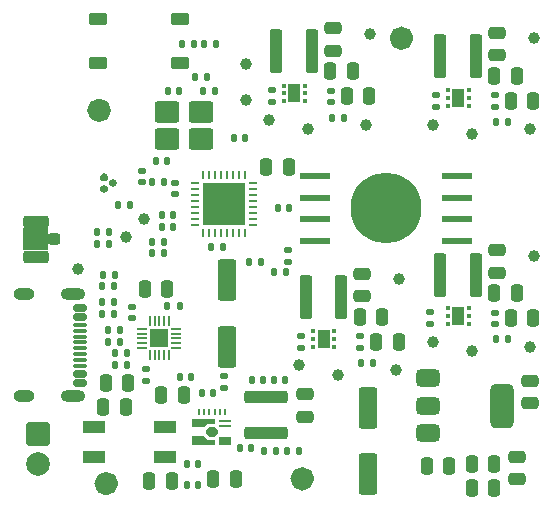
<source format=gbr>
G04 #@! TF.GenerationSoftware,KiCad,Pcbnew,9.0.6*
G04 #@! TF.CreationDate,2025-12-29T13:59:20+01:00*
G04 #@! TF.ProjectId,Lars-10W-RGBW-V1,4c617273-2d31-4305-972d-524742572d56,rev?*
G04 #@! TF.SameCoordinates,Original*
G04 #@! TF.FileFunction,Soldermask,Top*
G04 #@! TF.FilePolarity,Negative*
%FSLAX46Y46*%
G04 Gerber Fmt 4.6, Leading zero omitted, Abs format (unit mm)*
G04 Created by KiCad (PCBNEW 9.0.6) date 2025-12-29 13:59:20*
%MOMM*%
%LPD*%
G01*
G04 APERTURE LIST*
G04 Aperture macros list*
%AMRoundRect*
0 Rectangle with rounded corners*
0 $1 Rounding radius*
0 $2 $3 $4 $5 $6 $7 $8 $9 X,Y pos of 4 corners*
0 Add a 4 corners polygon primitive as box body*
4,1,4,$2,$3,$4,$5,$6,$7,$8,$9,$2,$3,0*
0 Add four circle primitives for the rounded corners*
1,1,$1+$1,$2,$3*
1,1,$1+$1,$4,$5*
1,1,$1+$1,$6,$7*
1,1,$1+$1,$8,$9*
0 Add four rect primitives between the rounded corners*
20,1,$1+$1,$2,$3,$4,$5,0*
20,1,$1+$1,$4,$5,$6,$7,0*
20,1,$1+$1,$6,$7,$8,$9,0*
20,1,$1+$1,$8,$9,$2,$3,0*%
%AMFreePoly0*
4,1,7,1.447800,-0.050800,0.812800,-0.050800,0.508000,-0.355600,-0.508000,-0.355600,-0.508000,0.355600,1.447800,0.355600,1.447800,-0.050800,1.447800,-0.050800,$1*%
%AMFreePoly1*
4,1,9,0.546100,0.114300,0.546100,-0.114300,0.241300,-0.419100,-0.241300,-0.419100,-0.546100,-0.114300,-0.546100,0.114300,-0.241300,0.419100,0.241300,0.419100,0.546100,0.114300,0.546100,0.114300,$1*%
%AMFreePoly2*
4,1,7,0.812800,0.076200,1.447800,0.076200,1.447800,-0.381000,-0.508000,-0.381000,-0.508000,0.381000,0.508000,0.381000,0.812800,0.076200,0.812800,0.076200,$1*%
G04 Aperture macros list end*
%ADD10C,1.000000*%
%ADD11RoundRect,0.250000X-0.300000X-1.600000X0.300000X-1.600000X0.300000X1.600000X-0.300000X1.600000X0*%
%ADD12RoundRect,0.140000X0.170000X-0.140000X0.170000X0.140000X-0.170000X0.140000X-0.170000X-0.140000X0*%
%ADD13RoundRect,0.250000X-0.750000X0.750000X-0.750000X-0.750000X0.750000X-0.750000X0.750000X0.750000X0*%
%ADD14C,2.000000*%
%ADD15RoundRect,0.135000X-0.135000X-0.185000X0.135000X-0.185000X0.135000X0.185000X-0.135000X0.185000X0*%
%ADD16RoundRect,0.140000X-0.140000X-0.170000X0.140000X-0.170000X0.140000X0.170000X-0.140000X0.170000X0*%
%ADD17RoundRect,0.250000X0.250000X0.475000X-0.250000X0.475000X-0.250000X-0.475000X0.250000X-0.475000X0*%
%ADD18RoundRect,0.140000X-0.170000X0.140000X-0.170000X-0.140000X0.170000X-0.140000X0.170000X0.140000X0*%
%ADD19RoundRect,0.250000X-0.475000X0.250000X-0.475000X-0.250000X0.475000X-0.250000X0.475000X0.250000X0*%
%ADD20R,2.500000X0.600000*%
%ADD21C,6.000000*%
%ADD22RoundRect,0.062500X-0.312500X-0.062500X0.312500X-0.062500X0.312500X0.062500X-0.312500X0.062500X0*%
%ADD23RoundRect,0.062500X-0.062500X-0.312500X0.062500X-0.312500X0.062500X0.312500X-0.062500X0.312500X0*%
%ADD24R,3.650000X3.650000*%
%ADD25RoundRect,0.093750X0.093750X0.106250X-0.093750X0.106250X-0.093750X-0.106250X0.093750X-0.106250X0*%
%ADD26R,1.000000X1.600000*%
%ADD27RoundRect,0.135000X0.135000X0.185000X-0.135000X0.185000X-0.135000X-0.185000X0.135000X-0.185000X0*%
%ADD28C,1.000000*%
%ADD29RoundRect,0.250000X-0.800000X-0.650000X0.800000X-0.650000X0.800000X0.650000X-0.800000X0.650000X0*%
%ADD30RoundRect,0.250000X-0.250000X-0.475000X0.250000X-0.475000X0.250000X0.475000X-0.250000X0.475000X0*%
%ADD31R,1.875000X1.050000*%
%ADD32RoundRect,0.250000X0.550000X-1.500000X0.550000X1.500000X-0.550000X1.500000X-0.550000X-1.500000X0*%
%ADD33RoundRect,0.135000X-0.185000X0.135000X-0.185000X-0.135000X0.185000X-0.135000X0.185000X0.135000X0*%
%ADD34RoundRect,0.250000X0.475000X-0.250000X0.475000X0.250000X-0.475000X0.250000X-0.475000X-0.250000X0*%
%ADD35RoundRect,0.135000X0.185000X-0.135000X0.185000X0.135000X-0.185000X0.135000X-0.185000X-0.135000X0*%
%ADD36RoundRect,0.140000X-0.206244X-0.077224X0.036244X-0.217224X0.206244X0.077224X-0.036244X0.217224X0*%
%ADD37RoundRect,0.250000X1.600000X-0.300000X1.600000X0.300000X-1.600000X0.300000X-1.600000X-0.300000X0*%
%ADD38RoundRect,0.140000X0.140000X0.170000X-0.140000X0.170000X-0.140000X-0.170000X0.140000X-0.170000X0*%
%ADD39RoundRect,0.375000X-0.625000X-0.375000X0.625000X-0.375000X0.625000X0.375000X-0.625000X0.375000X0*%
%ADD40RoundRect,0.500000X-0.500000X-1.400000X0.500000X-1.400000X0.500000X1.400000X-0.500000X1.400000X0*%
%ADD41RoundRect,0.250000X-0.550000X1.500000X-0.550000X-1.500000X0.550000X-1.500000X0.550000X1.500000X0*%
%ADD42RoundRect,0.250000X0.275000X0.250000X-0.275000X0.250000X-0.275000X-0.250000X0.275000X-0.250000X0*%
%ADD43RoundRect,0.250000X0.850000X0.275000X-0.850000X0.275000X-0.850000X-0.275000X0.850000X-0.275000X0*%
%ADD44RoundRect,0.165000X0.610000X0.385000X-0.610000X0.385000X-0.610000X-0.385000X0.610000X-0.385000X0*%
%ADD45RoundRect,0.050000X-0.375000X-0.050000X0.375000X-0.050000X0.375000X0.050000X-0.375000X0.050000X0*%
%ADD46RoundRect,0.050000X-0.050000X-0.375000X0.050000X-0.375000X0.050000X0.375000X-0.050000X0.375000X0*%
%ADD47R,1.650000X1.650000*%
%ADD48RoundRect,0.140000X-0.036244X-0.217224X0.206244X-0.077224X0.036244X0.217224X-0.206244X0.077224X0*%
%ADD49FreePoly0,0.000000*%
%ADD50FreePoly1,0.000000*%
%ADD51FreePoly2,0.000000*%
%ADD52R,1.092200X0.762000*%
%ADD53R,1.092200X0.254000*%
%ADD54R,0.254000X0.609600*%
%ADD55RoundRect,0.147500X-0.147500X-0.172500X0.147500X-0.172500X0.147500X0.172500X-0.147500X0.172500X0*%
%ADD56RoundRect,0.150000X-0.425000X0.150000X-0.425000X-0.150000X0.425000X-0.150000X0.425000X0.150000X0*%
%ADD57RoundRect,0.075000X-0.500000X0.075000X-0.500000X-0.075000X0.500000X-0.075000X0.500000X0.075000X0*%
%ADD58O,2.100000X1.000000*%
%ADD59O,1.800000X1.000000*%
G04 APERTURE END LIST*
D10*
X140200000Y-42400000D02*
G75*
G02*
X139200000Y-42400000I-500000J0D01*
G01*
X139200000Y-42400000D02*
G75*
G02*
X140200000Y-42400000I500000J0D01*
G01*
X115200000Y-80100000D02*
G75*
G02*
X114200000Y-80100000I-500000J0D01*
G01*
X114200000Y-80100000D02*
G75*
G02*
X115200000Y-80100000I500000J0D01*
G01*
G36*
X109765000Y-60340000D02*
G01*
X107675000Y-60340000D01*
X107675000Y-58460000D01*
X109765000Y-58460000D01*
X109765000Y-60340000D01*
G37*
X114600000Y-48500000D02*
G75*
G02*
X113600000Y-48500000I-500000J0D01*
G01*
X113600000Y-48500000D02*
G75*
G02*
X114600000Y-48500000I500000J0D01*
G01*
X131800000Y-79700000D02*
G75*
G02*
X130800000Y-79700000I-500000J0D01*
G01*
X130800000Y-79700000D02*
G75*
G02*
X131800000Y-79700000I500000J0D01*
G01*
D11*
X143000000Y-62400000D03*
X146000000Y-62400000D03*
D12*
X124700000Y-71980000D03*
X124700000Y-71020000D03*
D13*
X108900000Y-75900000D03*
D14*
X108900000Y-78440000D03*
D15*
X119890000Y-65100000D03*
X120910000Y-65100000D03*
D16*
X128920000Y-71300000D03*
X129880000Y-71300000D03*
D17*
X139450000Y-68100000D03*
X137550000Y-68100000D03*
D18*
X118100000Y-70420000D03*
X118100000Y-71380000D03*
D19*
X131500000Y-72550000D03*
X131500000Y-74450000D03*
D15*
X114890000Y-68100000D03*
X115910000Y-68100000D03*
D20*
X144400000Y-59545000D03*
X144400000Y-57715000D03*
X144400000Y-55885000D03*
X144400000Y-54055000D03*
X132400000Y-59545000D03*
X132400000Y-57715000D03*
X132400000Y-55885000D03*
X132400000Y-54055000D03*
D21*
X138400000Y-56800000D03*
D12*
X147600000Y-48180000D03*
X147600000Y-47220000D03*
D22*
X122205000Y-54670000D03*
X122205000Y-55170000D03*
X122205000Y-55670000D03*
X122205000Y-56170000D03*
X122205000Y-56670000D03*
X122205000Y-57170000D03*
X122205000Y-57670000D03*
X122205000Y-58170000D03*
D23*
X122930000Y-58895000D03*
X123430000Y-58895000D03*
X123930000Y-58895000D03*
X124430000Y-58895000D03*
X124930000Y-58895000D03*
X125430000Y-58895000D03*
X125930000Y-58895000D03*
X126430000Y-58895000D03*
D22*
X127155000Y-58170000D03*
X127155000Y-57670000D03*
X127155000Y-57170000D03*
X127155000Y-56670000D03*
X127155000Y-56170000D03*
X127155000Y-55670000D03*
X127155000Y-55170000D03*
X127155000Y-54670000D03*
D23*
X126430000Y-53945000D03*
X125930000Y-53945000D03*
X125430000Y-53945000D03*
X124930000Y-53945000D03*
X124430000Y-53945000D03*
X123930000Y-53945000D03*
X123430000Y-53945000D03*
X122930000Y-53945000D03*
D24*
X124680000Y-56420000D03*
D18*
X120500000Y-54620000D03*
X120500000Y-55580000D03*
D16*
X126020000Y-77100000D03*
X126980000Y-77100000D03*
D25*
X133987500Y-68500000D03*
X133987500Y-67850000D03*
X133987500Y-67200000D03*
X132212500Y-67200000D03*
X132212500Y-67850000D03*
X132212500Y-68500000D03*
D26*
X133100000Y-67850000D03*
D27*
X114920000Y-58800000D03*
X113900000Y-58800000D03*
D28*
X131000000Y-70100000D03*
D27*
X116433995Y-70076394D03*
X115413995Y-70076394D03*
D29*
X119850000Y-50950000D03*
X122750000Y-50950000D03*
X122750000Y-48650000D03*
X119850000Y-48650000D03*
D28*
X126500000Y-44550000D03*
D30*
X117983005Y-63639666D03*
X119883005Y-63639666D03*
D31*
X119700000Y-77850000D03*
X119700000Y-75350000D03*
X113700000Y-75350000D03*
X113700000Y-77850000D03*
D25*
X145387500Y-66550000D03*
X145387500Y-65900000D03*
X145387500Y-65250000D03*
X143612500Y-65250000D03*
X143612500Y-65900000D03*
X143612500Y-66550000D03*
D26*
X144500000Y-65900000D03*
D27*
X115410000Y-62400000D03*
X114390000Y-62400000D03*
D11*
X143000000Y-43900000D03*
X146000000Y-43900000D03*
X131600000Y-64300000D03*
X134600000Y-64300000D03*
D12*
X133705000Y-47785000D03*
X133705000Y-46825000D03*
D30*
X133655000Y-45205000D03*
X135555000Y-45205000D03*
D28*
X139500000Y-62800000D03*
D32*
X124900000Y-68500000D03*
X124900000Y-62900000D03*
D27*
X119610000Y-60600000D03*
X118590000Y-60600000D03*
D28*
X145700000Y-68900000D03*
D15*
X122990000Y-42900000D03*
X124010000Y-42900000D03*
D30*
X123750000Y-79700000D03*
X125650000Y-79700000D03*
D33*
X130100000Y-60290000D03*
X130100000Y-61310000D03*
D28*
X116400000Y-59200000D03*
D12*
X117700000Y-54580000D03*
X117700000Y-53620000D03*
D34*
X147800000Y-62250000D03*
X147800000Y-60350000D03*
X150600000Y-73300000D03*
X150600000Y-71400000D03*
D11*
X129100000Y-43500000D03*
X132100000Y-43500000D03*
D35*
X128705000Y-47815000D03*
X128705000Y-46795000D03*
D15*
X147690000Y-67900000D03*
X148710000Y-67900000D03*
D12*
X147600000Y-66580000D03*
X147600000Y-65620000D03*
D25*
X131492500Y-47705000D03*
X131492500Y-47055000D03*
X131492500Y-46405000D03*
X129717500Y-46405000D03*
X129717500Y-47055000D03*
X129717500Y-47705000D03*
D26*
X130605000Y-47055000D03*
D28*
X150900000Y-60800000D03*
D36*
X114484308Y-54160000D03*
X115315692Y-54640000D03*
D15*
X133795000Y-49105000D03*
X134815000Y-49105000D03*
D28*
X150900000Y-42400000D03*
D37*
X128200000Y-75800000D03*
X128200000Y-72800000D03*
D17*
X121250000Y-72600000D03*
X119350000Y-72600000D03*
D38*
X120380000Y-58400000D03*
X119420000Y-58400000D03*
D17*
X136955000Y-47305000D03*
X135055000Y-47305000D03*
D39*
X141950000Y-71200000D03*
X141950000Y-73500000D03*
X141950000Y-75800000D03*
D40*
X148250000Y-73500000D03*
D38*
X127980000Y-71300000D03*
X127020000Y-71300000D03*
D15*
X118590000Y-59610000D03*
X119610000Y-59610000D03*
D30*
X141850000Y-78600000D03*
X143750000Y-78600000D03*
D27*
X129910000Y-62200000D03*
X128890000Y-62200000D03*
D38*
X121880000Y-71100000D03*
X120920000Y-71100000D03*
D27*
X131010000Y-77300000D03*
X129990000Y-77300000D03*
D41*
X136900000Y-73700000D03*
X136900000Y-79300000D03*
D35*
X142100000Y-66610000D03*
X142100000Y-65590000D03*
D16*
X118920000Y-52800000D03*
X119880000Y-52800000D03*
D15*
X113890000Y-59800000D03*
X114910000Y-59800000D03*
X126790000Y-61300000D03*
X127810000Y-61300000D03*
D12*
X136200000Y-68580000D03*
X136200000Y-67620000D03*
D42*
X110300000Y-59400000D03*
D43*
X108775000Y-60875000D03*
X108775000Y-57925000D03*
D12*
X116900000Y-66080000D03*
X116900000Y-65120000D03*
D16*
X129240000Y-56800000D03*
X130200000Y-56800000D03*
D28*
X139200000Y-70500000D03*
X128505000Y-49305000D03*
D15*
X147690000Y-49500000D03*
X148710000Y-49500000D03*
D30*
X128250000Y-53300000D03*
X130150000Y-53300000D03*
D15*
X114380000Y-63400000D03*
X115400000Y-63400000D03*
D17*
X120250000Y-79900000D03*
X118350000Y-79900000D03*
D44*
X120970000Y-40730000D03*
X114020000Y-40730000D03*
D28*
X142400000Y-68100000D03*
D35*
X131200000Y-68610000D03*
X131200000Y-67590000D03*
D28*
X126500000Y-47600000D03*
D16*
X125520000Y-50800000D03*
X126480000Y-50800000D03*
D28*
X137005000Y-42005000D03*
D15*
X128090000Y-77300000D03*
X129110000Y-77300000D03*
D34*
X133905000Y-43455000D03*
X133905000Y-41555000D03*
D16*
X121520000Y-78400000D03*
X122480000Y-78400000D03*
X115720000Y-56500000D03*
X116680000Y-56500000D03*
D44*
X120970000Y-44530000D03*
X114020000Y-44530000D03*
D30*
X147550000Y-64000000D03*
X149450000Y-64000000D03*
D38*
X123780000Y-72400000D03*
X122820000Y-72400000D03*
D17*
X150850000Y-66100000D03*
X148950000Y-66100000D03*
D28*
X117900000Y-57700000D03*
D15*
X136290000Y-69900000D03*
X137310000Y-69900000D03*
D28*
X150600000Y-68500000D03*
D34*
X136400000Y-64250000D03*
X136400000Y-62350000D03*
D15*
X114890000Y-67100000D03*
X115910000Y-67100000D03*
D45*
X117750000Y-67000000D03*
X117750000Y-67400000D03*
X117750000Y-67800000D03*
X117750000Y-68200000D03*
X117750000Y-68600000D03*
D46*
X118400000Y-69250000D03*
X118800000Y-69250000D03*
X119200000Y-69250000D03*
X119600000Y-69250000D03*
X120000000Y-69250000D03*
D45*
X120650000Y-68600000D03*
X120650000Y-68200000D03*
X120650000Y-67800000D03*
X120650000Y-67400000D03*
X120650000Y-67000000D03*
D46*
X120000000Y-66350000D03*
X119600000Y-66350000D03*
X119200000Y-66350000D03*
X118800000Y-66350000D03*
X118400000Y-66350000D03*
D47*
X119200000Y-67800000D03*
D28*
X134300000Y-70900000D03*
D17*
X150850000Y-47700000D03*
X148950000Y-47700000D03*
D18*
X114500000Y-54220000D03*
X114500000Y-55180000D03*
D27*
X122110000Y-42900000D03*
X121090000Y-42900000D03*
D48*
X114484308Y-55140000D03*
X115315692Y-54660000D03*
D30*
X147550000Y-45600000D03*
X149450000Y-45600000D03*
D28*
X142400000Y-49700000D03*
D16*
X121520000Y-80200000D03*
X122480000Y-80200000D03*
D28*
X131805000Y-50105000D03*
D17*
X116350000Y-73600000D03*
X114450000Y-73600000D03*
D38*
X123880000Y-46900000D03*
X122920000Y-46900000D03*
D28*
X136705000Y-49705000D03*
D27*
X116433995Y-69076394D03*
X115413995Y-69076394D03*
D34*
X147800000Y-43850000D03*
X147800000Y-41950000D03*
D17*
X147550000Y-80500000D03*
X145650000Y-80500000D03*
D27*
X115400000Y-64700000D03*
X114380000Y-64700000D03*
D28*
X145700000Y-50500000D03*
D38*
X120380000Y-57400000D03*
X119420000Y-57400000D03*
D35*
X142600000Y-48210000D03*
X142600000Y-47190000D03*
D25*
X145387500Y-48100000D03*
X145387500Y-47450000D03*
X145387500Y-46800000D03*
X143612500Y-46800000D03*
X143612500Y-47450000D03*
X143612500Y-48100000D03*
D26*
X144500000Y-47450000D03*
D19*
X149500000Y-77850000D03*
X149500000Y-79750000D03*
D28*
X150600000Y-50100000D03*
D17*
X147550000Y-78400000D03*
X145650000Y-78400000D03*
D30*
X136150000Y-66000000D03*
X138050000Y-66000000D03*
D28*
X112300000Y-61900000D03*
D49*
X122460660Y-74972825D03*
D50*
X123650650Y-75722125D03*
D51*
X122460660Y-76496825D03*
D52*
X124800000Y-76500000D03*
D53*
X124800000Y-75223650D03*
X124800000Y-74772800D03*
D54*
X124777775Y-74048900D03*
X124326925Y-74048900D03*
X123876075Y-74048900D03*
X123425225Y-74048900D03*
X122974375Y-74048900D03*
X122523525Y-74048900D03*
D16*
X123600000Y-60100000D03*
X124560000Y-60100000D03*
D27*
X123210000Y-45700000D03*
X122190000Y-45700000D03*
D55*
X118615000Y-54600000D03*
X119585000Y-54600000D03*
D56*
X112480000Y-65200000D03*
X112480000Y-66000000D03*
D57*
X112480000Y-67150000D03*
X112480000Y-68150000D03*
X112480000Y-68650000D03*
X112480000Y-69650000D03*
D56*
X112480000Y-70800000D03*
X112480000Y-71600000D03*
X112480000Y-71600000D03*
X112480000Y-70800000D03*
D57*
X112480000Y-70150000D03*
X112480000Y-69150000D03*
X112480000Y-67650000D03*
X112480000Y-66650000D03*
D56*
X112480000Y-66000000D03*
X112480000Y-65200000D03*
D58*
X111905000Y-64080000D03*
D59*
X107725000Y-64080000D03*
D58*
X111905000Y-72720000D03*
D59*
X107725000Y-72720000D03*
D27*
X115400000Y-65700000D03*
X114380000Y-65700000D03*
D17*
X116550000Y-71600000D03*
X114650000Y-71600000D03*
D16*
X119920000Y-46900000D03*
X120880000Y-46900000D03*
M02*

</source>
